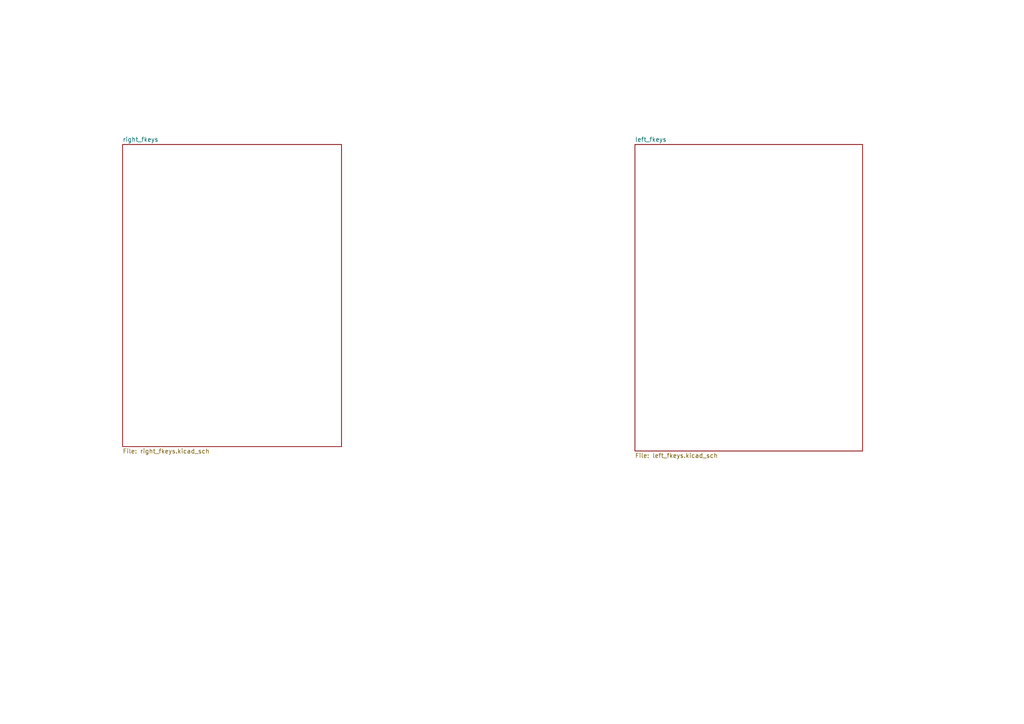
<source format=kicad_sch>
(kicad_sch (version 20230819) (generator eeschema)
  (paper "A4")
  (lib_symbols)
  (sheet (at 35.56 41.91) (size 63.5 87.63) (stroke (width 0.1524))
    (property "Sheetname" "right_fkeys" (at 35.56 41.1984 0) (effects (justify left bottom)))
    (property "Sheetfile" "right_fkeys.kicad_sch" (at 35.56 130.1246 0) (effects (justify left top)))
  )
  (sheet (at 184.15 41.91) (size 66.04 88.9) (stroke (width 0.1524))
    (property "Sheetname" "left_fkeys" (at 184.15 41.1984 0) (effects (justify left bottom)))
    (property "Sheetfile" "left_fkeys.kicad_sch" (at 184.15 131.3946 0) (effects (justify left top)))
  )
)
</source>
